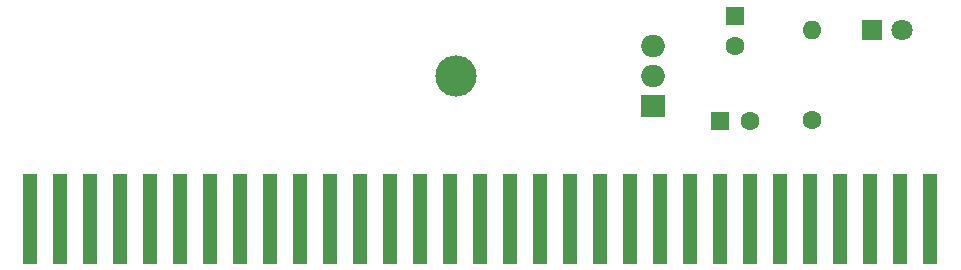
<source format=gbr>
%TF.GenerationSoftware,KiCad,Pcbnew,5.1.7*%
%TF.CreationDate,2020-11-23T19:31:42+01:00*%
%TF.ProjectId,voltage-blaster,766f6c74-6167-4652-9d62-6c6173746572,1.0*%
%TF.SameCoordinates,Original*%
%TF.FileFunction,Soldermask,Top*%
%TF.FilePolarity,Negative*%
%FSLAX46Y46*%
G04 Gerber Fmt 4.6, Leading zero omitted, Abs format (unit mm)*
G04 Created by KiCad (PCBNEW 5.1.7) date 2020-11-23 19:31:42*
%MOMM*%
%LPD*%
G01*
G04 APERTURE LIST*
%ADD10R,1.270000X7.620000*%
%ADD11O,2.000000X1.905000*%
%ADD12R,2.000000X1.905000*%
%ADD13O,3.500000X3.500000*%
%ADD14C,1.600000*%
%ADD15R,1.600000X1.600000*%
%ADD16O,1.600000X1.600000*%
%ADD17C,1.800000*%
%ADD18R,1.800000X1.800000*%
G04 APERTURE END LIST*
D10*
%TO.C,J1*%
X80645000Y-67310000D03*
X83185000Y-67310000D03*
X85725000Y-67310000D03*
X88265000Y-67310000D03*
X90805000Y-67310000D03*
X93345000Y-67310000D03*
X95885000Y-67310000D03*
X98425000Y-67310000D03*
X100965000Y-67310000D03*
X103505000Y-67310000D03*
X106045000Y-67310000D03*
X108585000Y-67310000D03*
X111125000Y-67310000D03*
X113665000Y-67310000D03*
X116205000Y-67310000D03*
X118745000Y-67310000D03*
X121285000Y-67310000D03*
X123825000Y-67310000D03*
X126365000Y-67310000D03*
X128905000Y-67310000D03*
X131445000Y-67310000D03*
X133985000Y-67310000D03*
X136525000Y-67310000D03*
X139065000Y-67310000D03*
X141605000Y-67310000D03*
X144145000Y-67310000D03*
X146685000Y-67310000D03*
X149225000Y-67310000D03*
X151765000Y-67310000D03*
X154305000Y-67310000D03*
X156845000Y-67310000D03*
%TD*%
D11*
%TO.C,U1*%
X133350000Y-52705000D03*
X133350000Y-55245000D03*
D12*
X133350000Y-57785000D03*
D13*
X116690000Y-55245000D03*
%TD*%
D14*
%TO.C,C2*%
X141565000Y-59055000D03*
D15*
X139065000Y-59055000D03*
%TD*%
D14*
%TO.C,C1*%
X140335000Y-52665000D03*
D15*
X140335000Y-50165000D03*
%TD*%
D16*
%TO.C,R1*%
X146812000Y-51308000D03*
D14*
X146812000Y-58928000D03*
%TD*%
D17*
%TO.C,D1*%
X154432000Y-51308000D03*
D18*
X151892000Y-51308000D03*
%TD*%
M02*

</source>
